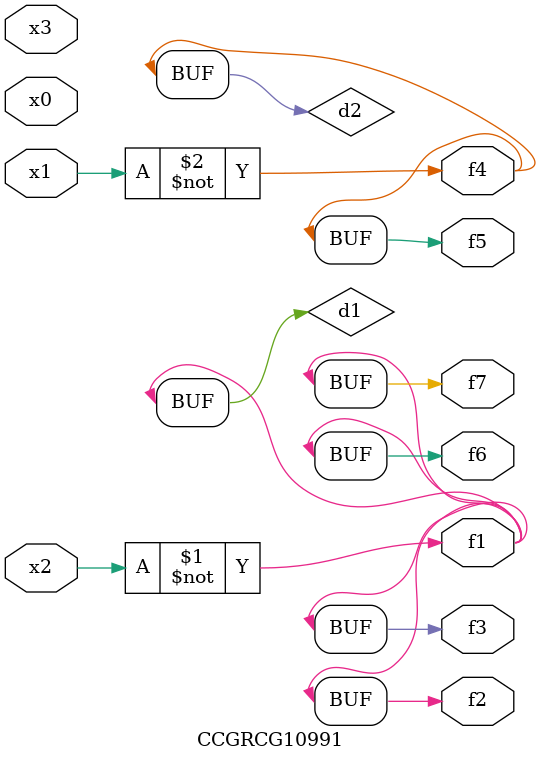
<source format=v>
module CCGRCG10991(
	input x0, x1, x2, x3,
	output f1, f2, f3, f4, f5, f6, f7
);

	wire d1, d2;

	xnor (d1, x2);
	not (d2, x1);
	assign f1 = d1;
	assign f2 = d1;
	assign f3 = d1;
	assign f4 = d2;
	assign f5 = d2;
	assign f6 = d1;
	assign f7 = d1;
endmodule

</source>
